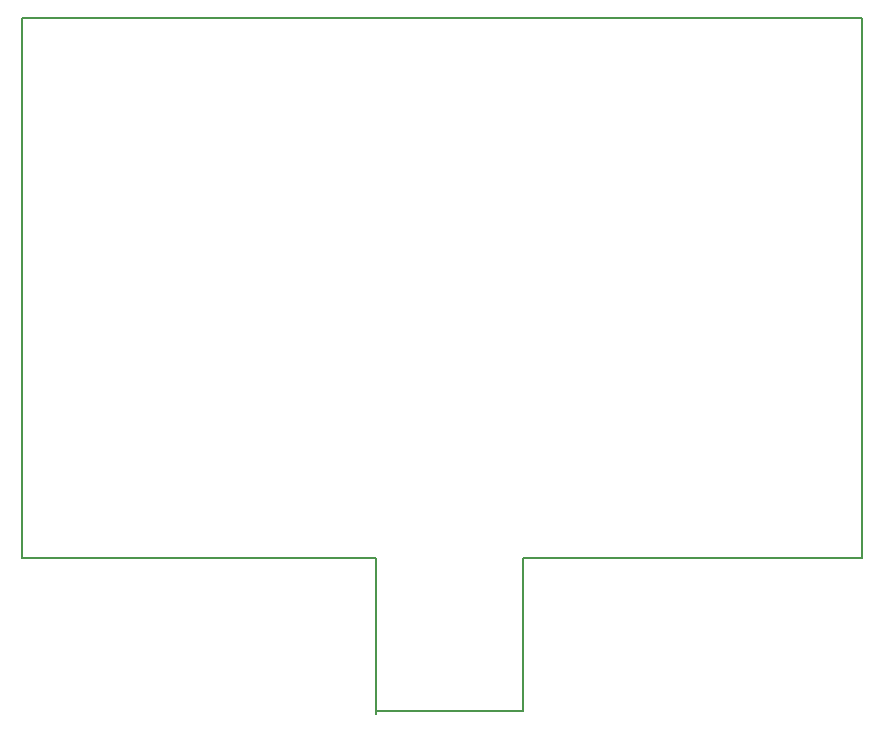
<source format=gbr>
G04 #@! TF.FileFunction,Profile,NP*
%FSLAX46Y46*%
G04 Gerber Fmt 4.6, Leading zero omitted, Abs format (unit mm)*
G04 Created by KiCad (PCBNEW 4.0.2+dfsg1-stable) date 2016年07月15日 17時34分00秒*
%MOMM*%
G01*
G04 APERTURE LIST*
%ADD10C,0.100000*%
%ADD11C,0.150000*%
G04 APERTURE END LIST*
D10*
D11*
X179578000Y-139700000D02*
X180340000Y-139700000D01*
X179578000Y-152654000D02*
X179578000Y-139700000D01*
X167132000Y-152654000D02*
X179578000Y-152654000D01*
X167132000Y-139700000D02*
X167132000Y-152908000D01*
X165100000Y-139700000D02*
X167132000Y-139700000D01*
X137160000Y-139700000D02*
X165100000Y-139700000D01*
X137160000Y-93980000D02*
X137160000Y-139700000D01*
X208280000Y-93980000D02*
X137160000Y-93980000D01*
X208280000Y-96520000D02*
X208280000Y-93980000D01*
X208280000Y-99060000D02*
X208280000Y-96520000D01*
X208280000Y-139700000D02*
X208280000Y-99060000D01*
X180340000Y-139700000D02*
X208280000Y-139700000D01*
M02*

</source>
